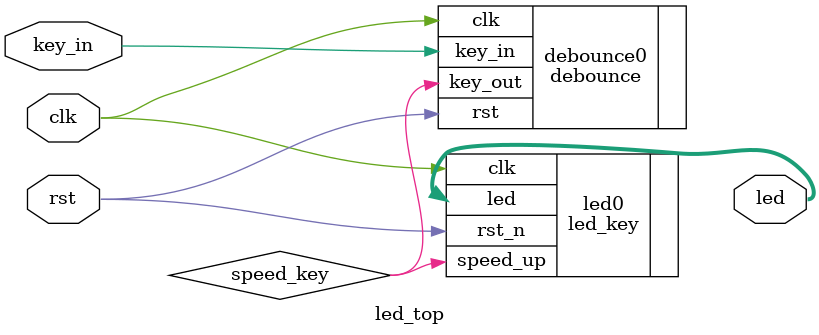
<source format=v>
module led_top(
input wire clk,
input wire rst,
input wire key_in,

output reg [3:0] led
);

wire speed_key;


led_key led0(
 .clk(clk),
 .rst_n(rst),
 .speed_up(speed_key),
 .led(led)
);

debounce debounce0(
 .clk(clk),
 .rst(rst),
 .key_in(key_in),
 .key_out(speed_key)
);

endmodule

</source>
